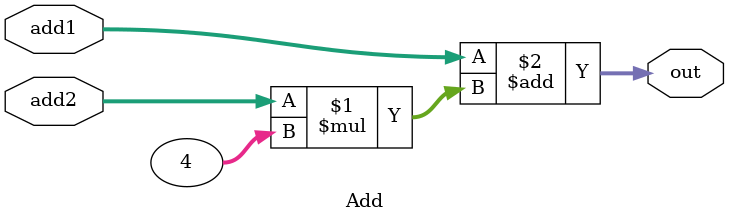
<source format=v>
`timescale 1ns / 1ps


module Add( add1, add2, out);
    input [31:0] add1, add2;
    output  [31:0]  out;
    assign out = add1 + add2 * 4;
endmodule

</source>
